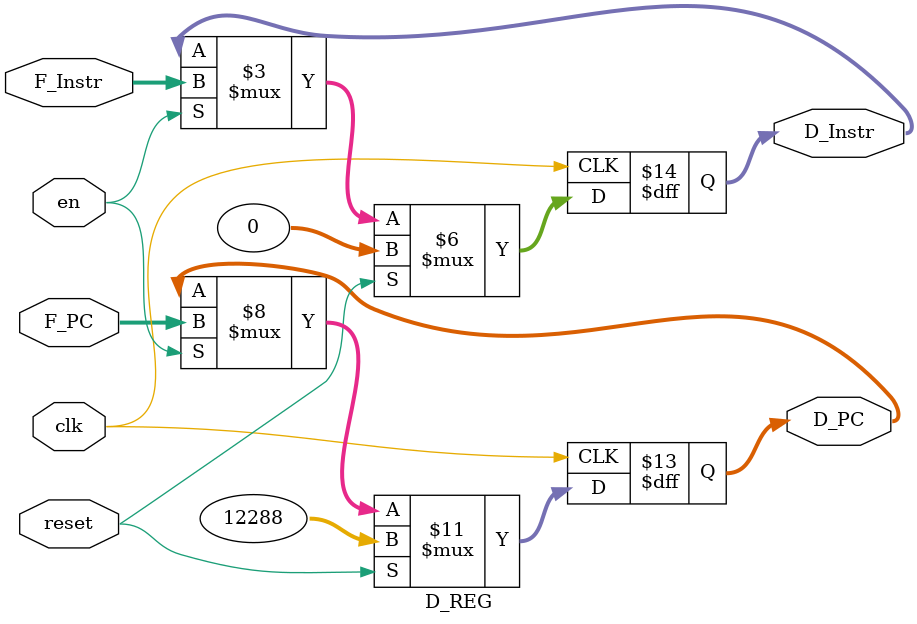
<source format=v>
`timescale 1ns / 1ps
module D_REG(
    input clk,
    input reset,
    input en,
    input [31:0] F_PC,
    input [31:0] F_Instr,
    output reg [31:0] D_PC,
    output reg [31:0] D_Instr
    );
    
    initial begin
        D_PC = 32'h00003000;
		D_Instr = 32'h00000000;
    end
    
    always @(posedge clk) begin
        if (reset) begin
            D_PC = 32'h00003000;
            D_Instr = 32'h00000000;
        end
        else if (en) begin
            D_PC <= F_PC;
            D_Instr <= F_Instr;
        end
    end

endmodule

</source>
